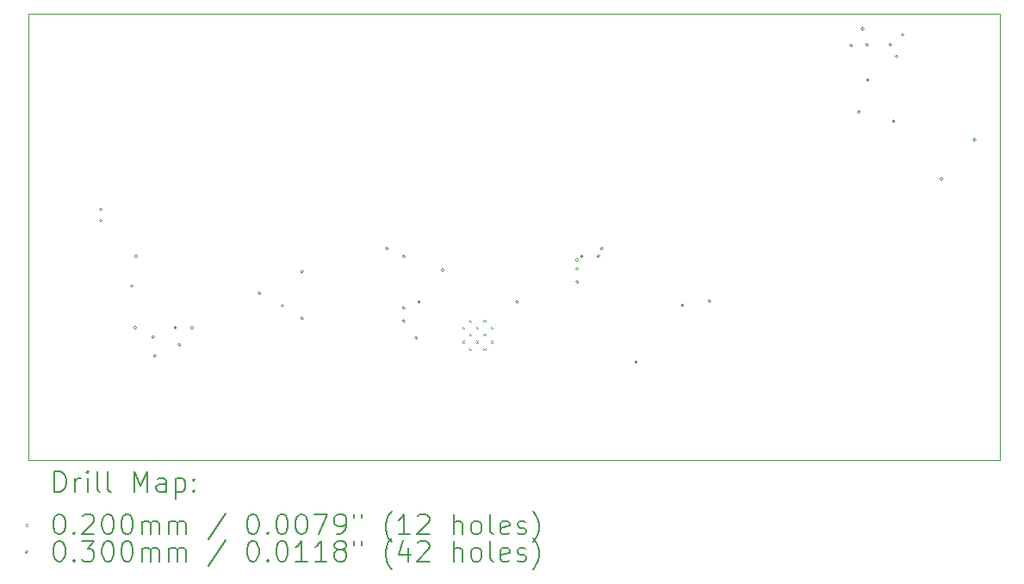
<source format=gbr>
%TF.GenerationSoftware,KiCad,Pcbnew,8.0.6*%
%TF.CreationDate,2025-05-20T21:00:06-04:00*%
%TF.ProjectId,aquasage,61717561-7361-4676-952e-6b696361645f,rev?*%
%TF.SameCoordinates,Original*%
%TF.FileFunction,Drillmap*%
%TF.FilePolarity,Positive*%
%FSLAX45Y45*%
G04 Gerber Fmt 4.5, Leading zero omitted, Abs format (unit mm)*
G04 Created by KiCad (PCBNEW 8.0.6) date 2025-05-20 21:00:06*
%MOMM*%
%LPD*%
G01*
G04 APERTURE LIST*
%ADD10C,0.050000*%
%ADD11C,0.200000*%
%ADD12C,0.100000*%
G04 APERTURE END LIST*
D10*
X5298440Y-2489200D02*
X14851380Y-2489200D01*
X14851380Y-6880860D01*
X5298440Y-6880860D01*
X5298440Y-2489200D01*
D11*
D12*
X9564120Y-5568800D02*
X9584120Y-5588800D01*
X9584120Y-5568800D02*
X9564120Y-5588800D01*
X9564120Y-5708800D02*
X9584120Y-5728800D01*
X9584120Y-5708800D02*
X9564120Y-5728800D01*
X9634120Y-5498800D02*
X9654120Y-5518800D01*
X9654120Y-5498800D02*
X9634120Y-5518800D01*
X9634120Y-5638800D02*
X9654120Y-5658800D01*
X9654120Y-5638800D02*
X9634120Y-5658800D01*
X9634120Y-5778800D02*
X9654120Y-5798800D01*
X9654120Y-5778800D02*
X9634120Y-5798800D01*
X9704120Y-5568800D02*
X9724120Y-5588800D01*
X9724120Y-5568800D02*
X9704120Y-5588800D01*
X9704120Y-5708800D02*
X9724120Y-5728800D01*
X9724120Y-5708800D02*
X9704120Y-5728800D01*
X9774120Y-5498800D02*
X9794120Y-5518800D01*
X9794120Y-5498800D02*
X9774120Y-5518800D01*
X9774120Y-5638800D02*
X9794120Y-5658800D01*
X9794120Y-5638800D02*
X9774120Y-5658800D01*
X9774120Y-5778800D02*
X9794120Y-5798800D01*
X9794120Y-5778800D02*
X9774120Y-5798800D01*
X9844120Y-5568800D02*
X9864120Y-5588800D01*
X9864120Y-5568800D02*
X9844120Y-5588800D01*
X9844120Y-5708800D02*
X9864120Y-5728800D01*
X9864120Y-5708800D02*
X9844120Y-5728800D01*
X6025200Y-4415240D02*
G75*
G02*
X5995200Y-4415240I-15000J0D01*
G01*
X5995200Y-4415240D02*
G75*
G02*
X6025200Y-4415240I15000J0D01*
G01*
X6025200Y-4525240D02*
G75*
G02*
X5995200Y-4525240I-15000J0D01*
G01*
X5995200Y-4525240D02*
G75*
G02*
X6025200Y-4525240I15000J0D01*
G01*
X6329956Y-5168384D02*
G75*
G02*
X6299956Y-5168384I-15000J0D01*
G01*
X6299956Y-5168384D02*
G75*
G02*
X6329956Y-5168384I15000J0D01*
G01*
X6367000Y-5579300D02*
G75*
G02*
X6337000Y-5579300I-15000J0D01*
G01*
X6337000Y-5579300D02*
G75*
G02*
X6367000Y-5579300I15000J0D01*
G01*
X6374283Y-4877677D02*
G75*
G02*
X6344283Y-4877677I-15000J0D01*
G01*
X6344283Y-4877677D02*
G75*
G02*
X6374283Y-4877677I15000J0D01*
G01*
X6542000Y-5669447D02*
G75*
G02*
X6512000Y-5669447I-15000J0D01*
G01*
X6512000Y-5669447D02*
G75*
G02*
X6542000Y-5669447I15000J0D01*
G01*
X6559063Y-5856216D02*
G75*
G02*
X6529063Y-5856216I-15000J0D01*
G01*
X6529063Y-5856216D02*
G75*
G02*
X6559063Y-5856216I15000J0D01*
G01*
X6759480Y-5579300D02*
G75*
G02*
X6729480Y-5579300I-15000J0D01*
G01*
X6729480Y-5579300D02*
G75*
G02*
X6759480Y-5579300I15000J0D01*
G01*
X6799340Y-5748020D02*
G75*
G02*
X6769340Y-5748020I-15000J0D01*
G01*
X6769340Y-5748020D02*
G75*
G02*
X6799340Y-5748020I15000J0D01*
G01*
X6924480Y-5579300D02*
G75*
G02*
X6894480Y-5579300I-15000J0D01*
G01*
X6894480Y-5579300D02*
G75*
G02*
X6924480Y-5579300I15000J0D01*
G01*
X7586680Y-5237480D02*
G75*
G02*
X7556680Y-5237480I-15000J0D01*
G01*
X7556680Y-5237480D02*
G75*
G02*
X7586680Y-5237480I15000J0D01*
G01*
X7812800Y-5364480D02*
G75*
G02*
X7782800Y-5364480I-15000J0D01*
G01*
X7782800Y-5364480D02*
G75*
G02*
X7812800Y-5364480I15000J0D01*
G01*
X8005760Y-5027800D02*
G75*
G02*
X7975760Y-5027800I-15000J0D01*
G01*
X7975760Y-5027800D02*
G75*
G02*
X8005760Y-5027800I15000J0D01*
G01*
X8005760Y-5487800D02*
G75*
G02*
X7975760Y-5487800I-15000J0D01*
G01*
X7975760Y-5487800D02*
G75*
G02*
X8005760Y-5487800I15000J0D01*
G01*
X8838978Y-4797800D02*
G75*
G02*
X8808978Y-4797800I-15000J0D01*
G01*
X8808978Y-4797800D02*
G75*
G02*
X8838978Y-4797800I15000J0D01*
G01*
X9004120Y-4876800D02*
G75*
G02*
X8974120Y-4876800I-15000J0D01*
G01*
X8974120Y-4876800D02*
G75*
G02*
X9004120Y-4876800I15000J0D01*
G01*
X9004120Y-5384800D02*
G75*
G02*
X8974120Y-5384800I-15000J0D01*
G01*
X8974120Y-5384800D02*
G75*
G02*
X9004120Y-5384800I15000J0D01*
G01*
X9004120Y-5511800D02*
G75*
G02*
X8974120Y-5511800I-15000J0D01*
G01*
X8974120Y-5511800D02*
G75*
G02*
X9004120Y-5511800I15000J0D01*
G01*
X9129120Y-5678130D02*
G75*
G02*
X9099120Y-5678130I-15000J0D01*
G01*
X9099120Y-5678130D02*
G75*
G02*
X9129120Y-5678130I15000J0D01*
G01*
X9153920Y-5324800D02*
G75*
G02*
X9123920Y-5324800I-15000J0D01*
G01*
X9123920Y-5324800D02*
G75*
G02*
X9153920Y-5324800I15000J0D01*
G01*
X9387977Y-5011797D02*
G75*
G02*
X9357977Y-5011797I-15000J0D01*
G01*
X9357977Y-5011797D02*
G75*
G02*
X9387977Y-5011797I15000J0D01*
G01*
X10118480Y-5324800D02*
G75*
G02*
X10088480Y-5324800I-15000J0D01*
G01*
X10088480Y-5324800D02*
G75*
G02*
X10118480Y-5324800I15000J0D01*
G01*
X10709120Y-4908800D02*
G75*
G02*
X10679120Y-4908800I-15000J0D01*
G01*
X10679120Y-4908800D02*
G75*
G02*
X10709120Y-4908800I15000J0D01*
G01*
X10709120Y-4998720D02*
G75*
G02*
X10679120Y-4998720I-15000J0D01*
G01*
X10679120Y-4998720D02*
G75*
G02*
X10709120Y-4998720I15000J0D01*
G01*
X10709120Y-5128260D02*
G75*
G02*
X10679120Y-5128260I-15000J0D01*
G01*
X10679120Y-5128260D02*
G75*
G02*
X10709120Y-5128260I15000J0D01*
G01*
X10754120Y-4876800D02*
G75*
G02*
X10724120Y-4876800I-15000J0D01*
G01*
X10724120Y-4876800D02*
G75*
G02*
X10754120Y-4876800I15000J0D01*
G01*
X10919120Y-4874260D02*
G75*
G02*
X10889120Y-4874260I-15000J0D01*
G01*
X10889120Y-4874260D02*
G75*
G02*
X10919120Y-4874260I15000J0D01*
G01*
X10952240Y-4797800D02*
G75*
G02*
X10922240Y-4797800I-15000J0D01*
G01*
X10922240Y-4797800D02*
G75*
G02*
X10952240Y-4797800I15000J0D01*
G01*
X11288336Y-5916476D02*
G75*
G02*
X11258336Y-5916476I-15000J0D01*
G01*
X11258336Y-5916476D02*
G75*
G02*
X11288336Y-5916476I15000J0D01*
G01*
X11747404Y-5358511D02*
G75*
G02*
X11717404Y-5358511I-15000J0D01*
G01*
X11717404Y-5358511D02*
G75*
G02*
X11747404Y-5358511I15000J0D01*
G01*
X12010666Y-5320547D02*
G75*
G02*
X11980666Y-5320547I-15000J0D01*
G01*
X11980666Y-5320547D02*
G75*
G02*
X12010666Y-5320547I15000J0D01*
G01*
X13403740Y-2799080D02*
G75*
G02*
X13373740Y-2799080I-15000J0D01*
G01*
X13373740Y-2799080D02*
G75*
G02*
X13403740Y-2799080I15000J0D01*
G01*
X13480675Y-3455535D02*
G75*
G02*
X13450675Y-3455535I-15000J0D01*
G01*
X13450675Y-3455535D02*
G75*
G02*
X13480675Y-3455535I15000J0D01*
G01*
X13515100Y-2635620D02*
G75*
G02*
X13485100Y-2635620I-15000J0D01*
G01*
X13485100Y-2635620D02*
G75*
G02*
X13515100Y-2635620I15000J0D01*
G01*
X13559990Y-2795620D02*
G75*
G02*
X13529990Y-2795620I-15000J0D01*
G01*
X13529990Y-2795620D02*
G75*
G02*
X13559990Y-2795620I15000J0D01*
G01*
X13566416Y-3138923D02*
G75*
G02*
X13536416Y-3138923I-15000J0D01*
G01*
X13536416Y-3138923D02*
G75*
G02*
X13566416Y-3138923I15000J0D01*
G01*
X13787490Y-2795620D02*
G75*
G02*
X13757490Y-2795620I-15000J0D01*
G01*
X13757490Y-2795620D02*
G75*
G02*
X13787490Y-2795620I15000J0D01*
G01*
X13819740Y-3545940D02*
G75*
G02*
X13789740Y-3545940I-15000J0D01*
G01*
X13789740Y-3545940D02*
G75*
G02*
X13819740Y-3545940I15000J0D01*
G01*
X13850513Y-2906688D02*
G75*
G02*
X13820513Y-2906688I-15000J0D01*
G01*
X13820513Y-2906688D02*
G75*
G02*
X13850513Y-2906688I15000J0D01*
G01*
X13910513Y-2695620D02*
G75*
G02*
X13880513Y-2695620I-15000J0D01*
G01*
X13880513Y-2695620D02*
G75*
G02*
X13910513Y-2695620I15000J0D01*
G01*
X14289980Y-4112260D02*
G75*
G02*
X14259980Y-4112260I-15000J0D01*
G01*
X14259980Y-4112260D02*
G75*
G02*
X14289980Y-4112260I15000J0D01*
G01*
X14616080Y-3728620D02*
G75*
G02*
X14586080Y-3728620I-15000J0D01*
G01*
X14586080Y-3728620D02*
G75*
G02*
X14616080Y-3728620I15000J0D01*
G01*
D11*
X5556717Y-7194844D02*
X5556717Y-6994844D01*
X5556717Y-6994844D02*
X5604336Y-6994844D01*
X5604336Y-6994844D02*
X5632907Y-7004368D01*
X5632907Y-7004368D02*
X5651955Y-7023415D01*
X5651955Y-7023415D02*
X5661479Y-7042463D01*
X5661479Y-7042463D02*
X5671002Y-7080558D01*
X5671002Y-7080558D02*
X5671002Y-7109129D01*
X5671002Y-7109129D02*
X5661479Y-7147225D01*
X5661479Y-7147225D02*
X5651955Y-7166272D01*
X5651955Y-7166272D02*
X5632907Y-7185320D01*
X5632907Y-7185320D02*
X5604336Y-7194844D01*
X5604336Y-7194844D02*
X5556717Y-7194844D01*
X5756717Y-7194844D02*
X5756717Y-7061510D01*
X5756717Y-7099606D02*
X5766241Y-7080558D01*
X5766241Y-7080558D02*
X5775764Y-7071034D01*
X5775764Y-7071034D02*
X5794812Y-7061510D01*
X5794812Y-7061510D02*
X5813860Y-7061510D01*
X5880526Y-7194844D02*
X5880526Y-7061510D01*
X5880526Y-6994844D02*
X5871002Y-7004368D01*
X5871002Y-7004368D02*
X5880526Y-7013891D01*
X5880526Y-7013891D02*
X5890050Y-7004368D01*
X5890050Y-7004368D02*
X5880526Y-6994844D01*
X5880526Y-6994844D02*
X5880526Y-7013891D01*
X6004336Y-7194844D02*
X5985288Y-7185320D01*
X5985288Y-7185320D02*
X5975764Y-7166272D01*
X5975764Y-7166272D02*
X5975764Y-6994844D01*
X6109098Y-7194844D02*
X6090050Y-7185320D01*
X6090050Y-7185320D02*
X6080526Y-7166272D01*
X6080526Y-7166272D02*
X6080526Y-6994844D01*
X6337669Y-7194844D02*
X6337669Y-6994844D01*
X6337669Y-6994844D02*
X6404336Y-7137701D01*
X6404336Y-7137701D02*
X6471002Y-6994844D01*
X6471002Y-6994844D02*
X6471002Y-7194844D01*
X6651955Y-7194844D02*
X6651955Y-7090082D01*
X6651955Y-7090082D02*
X6642431Y-7071034D01*
X6642431Y-7071034D02*
X6623383Y-7061510D01*
X6623383Y-7061510D02*
X6585288Y-7061510D01*
X6585288Y-7061510D02*
X6566241Y-7071034D01*
X6651955Y-7185320D02*
X6632907Y-7194844D01*
X6632907Y-7194844D02*
X6585288Y-7194844D01*
X6585288Y-7194844D02*
X6566241Y-7185320D01*
X6566241Y-7185320D02*
X6556717Y-7166272D01*
X6556717Y-7166272D02*
X6556717Y-7147225D01*
X6556717Y-7147225D02*
X6566241Y-7128177D01*
X6566241Y-7128177D02*
X6585288Y-7118653D01*
X6585288Y-7118653D02*
X6632907Y-7118653D01*
X6632907Y-7118653D02*
X6651955Y-7109129D01*
X6747193Y-7061510D02*
X6747193Y-7261510D01*
X6747193Y-7071034D02*
X6766241Y-7061510D01*
X6766241Y-7061510D02*
X6804336Y-7061510D01*
X6804336Y-7061510D02*
X6823383Y-7071034D01*
X6823383Y-7071034D02*
X6832907Y-7080558D01*
X6832907Y-7080558D02*
X6842431Y-7099606D01*
X6842431Y-7099606D02*
X6842431Y-7156748D01*
X6842431Y-7156748D02*
X6832907Y-7175796D01*
X6832907Y-7175796D02*
X6823383Y-7185320D01*
X6823383Y-7185320D02*
X6804336Y-7194844D01*
X6804336Y-7194844D02*
X6766241Y-7194844D01*
X6766241Y-7194844D02*
X6747193Y-7185320D01*
X6928145Y-7175796D02*
X6937669Y-7185320D01*
X6937669Y-7185320D02*
X6928145Y-7194844D01*
X6928145Y-7194844D02*
X6918622Y-7185320D01*
X6918622Y-7185320D02*
X6928145Y-7175796D01*
X6928145Y-7175796D02*
X6928145Y-7194844D01*
X6928145Y-7071034D02*
X6937669Y-7080558D01*
X6937669Y-7080558D02*
X6928145Y-7090082D01*
X6928145Y-7090082D02*
X6918622Y-7080558D01*
X6918622Y-7080558D02*
X6928145Y-7071034D01*
X6928145Y-7071034D02*
X6928145Y-7090082D01*
D12*
X5275940Y-7513360D02*
X5295940Y-7533360D01*
X5295940Y-7513360D02*
X5275940Y-7533360D01*
D11*
X5594812Y-7414844D02*
X5613860Y-7414844D01*
X5613860Y-7414844D02*
X5632907Y-7424368D01*
X5632907Y-7424368D02*
X5642431Y-7433891D01*
X5642431Y-7433891D02*
X5651955Y-7452939D01*
X5651955Y-7452939D02*
X5661479Y-7491034D01*
X5661479Y-7491034D02*
X5661479Y-7538653D01*
X5661479Y-7538653D02*
X5651955Y-7576748D01*
X5651955Y-7576748D02*
X5642431Y-7595796D01*
X5642431Y-7595796D02*
X5632907Y-7605320D01*
X5632907Y-7605320D02*
X5613860Y-7614844D01*
X5613860Y-7614844D02*
X5594812Y-7614844D01*
X5594812Y-7614844D02*
X5575764Y-7605320D01*
X5575764Y-7605320D02*
X5566241Y-7595796D01*
X5566241Y-7595796D02*
X5556717Y-7576748D01*
X5556717Y-7576748D02*
X5547193Y-7538653D01*
X5547193Y-7538653D02*
X5547193Y-7491034D01*
X5547193Y-7491034D02*
X5556717Y-7452939D01*
X5556717Y-7452939D02*
X5566241Y-7433891D01*
X5566241Y-7433891D02*
X5575764Y-7424368D01*
X5575764Y-7424368D02*
X5594812Y-7414844D01*
X5747193Y-7595796D02*
X5756717Y-7605320D01*
X5756717Y-7605320D02*
X5747193Y-7614844D01*
X5747193Y-7614844D02*
X5737669Y-7605320D01*
X5737669Y-7605320D02*
X5747193Y-7595796D01*
X5747193Y-7595796D02*
X5747193Y-7614844D01*
X5832907Y-7433891D02*
X5842431Y-7424368D01*
X5842431Y-7424368D02*
X5861479Y-7414844D01*
X5861479Y-7414844D02*
X5909098Y-7414844D01*
X5909098Y-7414844D02*
X5928145Y-7424368D01*
X5928145Y-7424368D02*
X5937669Y-7433891D01*
X5937669Y-7433891D02*
X5947193Y-7452939D01*
X5947193Y-7452939D02*
X5947193Y-7471987D01*
X5947193Y-7471987D02*
X5937669Y-7500558D01*
X5937669Y-7500558D02*
X5823383Y-7614844D01*
X5823383Y-7614844D02*
X5947193Y-7614844D01*
X6071002Y-7414844D02*
X6090050Y-7414844D01*
X6090050Y-7414844D02*
X6109098Y-7424368D01*
X6109098Y-7424368D02*
X6118622Y-7433891D01*
X6118622Y-7433891D02*
X6128145Y-7452939D01*
X6128145Y-7452939D02*
X6137669Y-7491034D01*
X6137669Y-7491034D02*
X6137669Y-7538653D01*
X6137669Y-7538653D02*
X6128145Y-7576748D01*
X6128145Y-7576748D02*
X6118622Y-7595796D01*
X6118622Y-7595796D02*
X6109098Y-7605320D01*
X6109098Y-7605320D02*
X6090050Y-7614844D01*
X6090050Y-7614844D02*
X6071002Y-7614844D01*
X6071002Y-7614844D02*
X6051955Y-7605320D01*
X6051955Y-7605320D02*
X6042431Y-7595796D01*
X6042431Y-7595796D02*
X6032907Y-7576748D01*
X6032907Y-7576748D02*
X6023383Y-7538653D01*
X6023383Y-7538653D02*
X6023383Y-7491034D01*
X6023383Y-7491034D02*
X6032907Y-7452939D01*
X6032907Y-7452939D02*
X6042431Y-7433891D01*
X6042431Y-7433891D02*
X6051955Y-7424368D01*
X6051955Y-7424368D02*
X6071002Y-7414844D01*
X6261479Y-7414844D02*
X6280526Y-7414844D01*
X6280526Y-7414844D02*
X6299574Y-7424368D01*
X6299574Y-7424368D02*
X6309098Y-7433891D01*
X6309098Y-7433891D02*
X6318622Y-7452939D01*
X6318622Y-7452939D02*
X6328145Y-7491034D01*
X6328145Y-7491034D02*
X6328145Y-7538653D01*
X6328145Y-7538653D02*
X6318622Y-7576748D01*
X6318622Y-7576748D02*
X6309098Y-7595796D01*
X6309098Y-7595796D02*
X6299574Y-7605320D01*
X6299574Y-7605320D02*
X6280526Y-7614844D01*
X6280526Y-7614844D02*
X6261479Y-7614844D01*
X6261479Y-7614844D02*
X6242431Y-7605320D01*
X6242431Y-7605320D02*
X6232907Y-7595796D01*
X6232907Y-7595796D02*
X6223383Y-7576748D01*
X6223383Y-7576748D02*
X6213860Y-7538653D01*
X6213860Y-7538653D02*
X6213860Y-7491034D01*
X6213860Y-7491034D02*
X6223383Y-7452939D01*
X6223383Y-7452939D02*
X6232907Y-7433891D01*
X6232907Y-7433891D02*
X6242431Y-7424368D01*
X6242431Y-7424368D02*
X6261479Y-7414844D01*
X6413860Y-7614844D02*
X6413860Y-7481510D01*
X6413860Y-7500558D02*
X6423383Y-7491034D01*
X6423383Y-7491034D02*
X6442431Y-7481510D01*
X6442431Y-7481510D02*
X6471003Y-7481510D01*
X6471003Y-7481510D02*
X6490050Y-7491034D01*
X6490050Y-7491034D02*
X6499574Y-7510082D01*
X6499574Y-7510082D02*
X6499574Y-7614844D01*
X6499574Y-7510082D02*
X6509098Y-7491034D01*
X6509098Y-7491034D02*
X6528145Y-7481510D01*
X6528145Y-7481510D02*
X6556717Y-7481510D01*
X6556717Y-7481510D02*
X6575764Y-7491034D01*
X6575764Y-7491034D02*
X6585288Y-7510082D01*
X6585288Y-7510082D02*
X6585288Y-7614844D01*
X6680526Y-7614844D02*
X6680526Y-7481510D01*
X6680526Y-7500558D02*
X6690050Y-7491034D01*
X6690050Y-7491034D02*
X6709098Y-7481510D01*
X6709098Y-7481510D02*
X6737669Y-7481510D01*
X6737669Y-7481510D02*
X6756717Y-7491034D01*
X6756717Y-7491034D02*
X6766241Y-7510082D01*
X6766241Y-7510082D02*
X6766241Y-7614844D01*
X6766241Y-7510082D02*
X6775764Y-7491034D01*
X6775764Y-7491034D02*
X6794812Y-7481510D01*
X6794812Y-7481510D02*
X6823383Y-7481510D01*
X6823383Y-7481510D02*
X6842431Y-7491034D01*
X6842431Y-7491034D02*
X6851955Y-7510082D01*
X6851955Y-7510082D02*
X6851955Y-7614844D01*
X7242431Y-7405320D02*
X7071003Y-7662463D01*
X7499574Y-7414844D02*
X7518622Y-7414844D01*
X7518622Y-7414844D02*
X7537669Y-7424368D01*
X7537669Y-7424368D02*
X7547193Y-7433891D01*
X7547193Y-7433891D02*
X7556717Y-7452939D01*
X7556717Y-7452939D02*
X7566241Y-7491034D01*
X7566241Y-7491034D02*
X7566241Y-7538653D01*
X7566241Y-7538653D02*
X7556717Y-7576748D01*
X7556717Y-7576748D02*
X7547193Y-7595796D01*
X7547193Y-7595796D02*
X7537669Y-7605320D01*
X7537669Y-7605320D02*
X7518622Y-7614844D01*
X7518622Y-7614844D02*
X7499574Y-7614844D01*
X7499574Y-7614844D02*
X7480526Y-7605320D01*
X7480526Y-7605320D02*
X7471003Y-7595796D01*
X7471003Y-7595796D02*
X7461479Y-7576748D01*
X7461479Y-7576748D02*
X7451955Y-7538653D01*
X7451955Y-7538653D02*
X7451955Y-7491034D01*
X7451955Y-7491034D02*
X7461479Y-7452939D01*
X7461479Y-7452939D02*
X7471003Y-7433891D01*
X7471003Y-7433891D02*
X7480526Y-7424368D01*
X7480526Y-7424368D02*
X7499574Y-7414844D01*
X7651955Y-7595796D02*
X7661479Y-7605320D01*
X7661479Y-7605320D02*
X7651955Y-7614844D01*
X7651955Y-7614844D02*
X7642431Y-7605320D01*
X7642431Y-7605320D02*
X7651955Y-7595796D01*
X7651955Y-7595796D02*
X7651955Y-7614844D01*
X7785288Y-7414844D02*
X7804336Y-7414844D01*
X7804336Y-7414844D02*
X7823384Y-7424368D01*
X7823384Y-7424368D02*
X7832907Y-7433891D01*
X7832907Y-7433891D02*
X7842431Y-7452939D01*
X7842431Y-7452939D02*
X7851955Y-7491034D01*
X7851955Y-7491034D02*
X7851955Y-7538653D01*
X7851955Y-7538653D02*
X7842431Y-7576748D01*
X7842431Y-7576748D02*
X7832907Y-7595796D01*
X7832907Y-7595796D02*
X7823384Y-7605320D01*
X7823384Y-7605320D02*
X7804336Y-7614844D01*
X7804336Y-7614844D02*
X7785288Y-7614844D01*
X7785288Y-7614844D02*
X7766241Y-7605320D01*
X7766241Y-7605320D02*
X7756717Y-7595796D01*
X7756717Y-7595796D02*
X7747193Y-7576748D01*
X7747193Y-7576748D02*
X7737669Y-7538653D01*
X7737669Y-7538653D02*
X7737669Y-7491034D01*
X7737669Y-7491034D02*
X7747193Y-7452939D01*
X7747193Y-7452939D02*
X7756717Y-7433891D01*
X7756717Y-7433891D02*
X7766241Y-7424368D01*
X7766241Y-7424368D02*
X7785288Y-7414844D01*
X7975765Y-7414844D02*
X7994812Y-7414844D01*
X7994812Y-7414844D02*
X8013860Y-7424368D01*
X8013860Y-7424368D02*
X8023384Y-7433891D01*
X8023384Y-7433891D02*
X8032907Y-7452939D01*
X8032907Y-7452939D02*
X8042431Y-7491034D01*
X8042431Y-7491034D02*
X8042431Y-7538653D01*
X8042431Y-7538653D02*
X8032907Y-7576748D01*
X8032907Y-7576748D02*
X8023384Y-7595796D01*
X8023384Y-7595796D02*
X8013860Y-7605320D01*
X8013860Y-7605320D02*
X7994812Y-7614844D01*
X7994812Y-7614844D02*
X7975765Y-7614844D01*
X7975765Y-7614844D02*
X7956717Y-7605320D01*
X7956717Y-7605320D02*
X7947193Y-7595796D01*
X7947193Y-7595796D02*
X7937669Y-7576748D01*
X7937669Y-7576748D02*
X7928146Y-7538653D01*
X7928146Y-7538653D02*
X7928146Y-7491034D01*
X7928146Y-7491034D02*
X7937669Y-7452939D01*
X7937669Y-7452939D02*
X7947193Y-7433891D01*
X7947193Y-7433891D02*
X7956717Y-7424368D01*
X7956717Y-7424368D02*
X7975765Y-7414844D01*
X8109098Y-7414844D02*
X8242431Y-7414844D01*
X8242431Y-7414844D02*
X8156717Y-7614844D01*
X8328146Y-7614844D02*
X8366241Y-7614844D01*
X8366241Y-7614844D02*
X8385288Y-7605320D01*
X8385288Y-7605320D02*
X8394812Y-7595796D01*
X8394812Y-7595796D02*
X8413860Y-7567225D01*
X8413860Y-7567225D02*
X8423384Y-7529129D01*
X8423384Y-7529129D02*
X8423384Y-7452939D01*
X8423384Y-7452939D02*
X8413860Y-7433891D01*
X8413860Y-7433891D02*
X8404336Y-7424368D01*
X8404336Y-7424368D02*
X8385288Y-7414844D01*
X8385288Y-7414844D02*
X8347193Y-7414844D01*
X8347193Y-7414844D02*
X8328146Y-7424368D01*
X8328146Y-7424368D02*
X8318622Y-7433891D01*
X8318622Y-7433891D02*
X8309098Y-7452939D01*
X8309098Y-7452939D02*
X8309098Y-7500558D01*
X8309098Y-7500558D02*
X8318622Y-7519606D01*
X8318622Y-7519606D02*
X8328146Y-7529129D01*
X8328146Y-7529129D02*
X8347193Y-7538653D01*
X8347193Y-7538653D02*
X8385288Y-7538653D01*
X8385288Y-7538653D02*
X8404336Y-7529129D01*
X8404336Y-7529129D02*
X8413860Y-7519606D01*
X8413860Y-7519606D02*
X8423384Y-7500558D01*
X8499574Y-7414844D02*
X8499574Y-7452939D01*
X8575765Y-7414844D02*
X8575765Y-7452939D01*
X8871003Y-7691034D02*
X8861479Y-7681510D01*
X8861479Y-7681510D02*
X8842431Y-7652939D01*
X8842431Y-7652939D02*
X8832908Y-7633891D01*
X8832908Y-7633891D02*
X8823384Y-7605320D01*
X8823384Y-7605320D02*
X8813860Y-7557701D01*
X8813860Y-7557701D02*
X8813860Y-7519606D01*
X8813860Y-7519606D02*
X8823384Y-7471987D01*
X8823384Y-7471987D02*
X8832908Y-7443415D01*
X8832908Y-7443415D02*
X8842431Y-7424368D01*
X8842431Y-7424368D02*
X8861479Y-7395796D01*
X8861479Y-7395796D02*
X8871003Y-7386272D01*
X9051955Y-7614844D02*
X8937670Y-7614844D01*
X8994812Y-7614844D02*
X8994812Y-7414844D01*
X8994812Y-7414844D02*
X8975765Y-7443415D01*
X8975765Y-7443415D02*
X8956717Y-7462463D01*
X8956717Y-7462463D02*
X8937670Y-7471987D01*
X9128146Y-7433891D02*
X9137670Y-7424368D01*
X9137670Y-7424368D02*
X9156717Y-7414844D01*
X9156717Y-7414844D02*
X9204336Y-7414844D01*
X9204336Y-7414844D02*
X9223384Y-7424368D01*
X9223384Y-7424368D02*
X9232908Y-7433891D01*
X9232908Y-7433891D02*
X9242431Y-7452939D01*
X9242431Y-7452939D02*
X9242431Y-7471987D01*
X9242431Y-7471987D02*
X9232908Y-7500558D01*
X9232908Y-7500558D02*
X9118622Y-7614844D01*
X9118622Y-7614844D02*
X9242431Y-7614844D01*
X9480527Y-7614844D02*
X9480527Y-7414844D01*
X9566241Y-7614844D02*
X9566241Y-7510082D01*
X9566241Y-7510082D02*
X9556717Y-7491034D01*
X9556717Y-7491034D02*
X9537670Y-7481510D01*
X9537670Y-7481510D02*
X9509098Y-7481510D01*
X9509098Y-7481510D02*
X9490051Y-7491034D01*
X9490051Y-7491034D02*
X9480527Y-7500558D01*
X9690051Y-7614844D02*
X9671003Y-7605320D01*
X9671003Y-7605320D02*
X9661479Y-7595796D01*
X9661479Y-7595796D02*
X9651955Y-7576748D01*
X9651955Y-7576748D02*
X9651955Y-7519606D01*
X9651955Y-7519606D02*
X9661479Y-7500558D01*
X9661479Y-7500558D02*
X9671003Y-7491034D01*
X9671003Y-7491034D02*
X9690051Y-7481510D01*
X9690051Y-7481510D02*
X9718622Y-7481510D01*
X9718622Y-7481510D02*
X9737670Y-7491034D01*
X9737670Y-7491034D02*
X9747193Y-7500558D01*
X9747193Y-7500558D02*
X9756717Y-7519606D01*
X9756717Y-7519606D02*
X9756717Y-7576748D01*
X9756717Y-7576748D02*
X9747193Y-7595796D01*
X9747193Y-7595796D02*
X9737670Y-7605320D01*
X9737670Y-7605320D02*
X9718622Y-7614844D01*
X9718622Y-7614844D02*
X9690051Y-7614844D01*
X9871003Y-7614844D02*
X9851955Y-7605320D01*
X9851955Y-7605320D02*
X9842432Y-7586272D01*
X9842432Y-7586272D02*
X9842432Y-7414844D01*
X10023384Y-7605320D02*
X10004336Y-7614844D01*
X10004336Y-7614844D02*
X9966241Y-7614844D01*
X9966241Y-7614844D02*
X9947193Y-7605320D01*
X9947193Y-7605320D02*
X9937670Y-7586272D01*
X9937670Y-7586272D02*
X9937670Y-7510082D01*
X9937670Y-7510082D02*
X9947193Y-7491034D01*
X9947193Y-7491034D02*
X9966241Y-7481510D01*
X9966241Y-7481510D02*
X10004336Y-7481510D01*
X10004336Y-7481510D02*
X10023384Y-7491034D01*
X10023384Y-7491034D02*
X10032908Y-7510082D01*
X10032908Y-7510082D02*
X10032908Y-7529129D01*
X10032908Y-7529129D02*
X9937670Y-7548177D01*
X10109098Y-7605320D02*
X10128146Y-7614844D01*
X10128146Y-7614844D02*
X10166241Y-7614844D01*
X10166241Y-7614844D02*
X10185289Y-7605320D01*
X10185289Y-7605320D02*
X10194813Y-7586272D01*
X10194813Y-7586272D02*
X10194813Y-7576748D01*
X10194813Y-7576748D02*
X10185289Y-7557701D01*
X10185289Y-7557701D02*
X10166241Y-7548177D01*
X10166241Y-7548177D02*
X10137670Y-7548177D01*
X10137670Y-7548177D02*
X10118622Y-7538653D01*
X10118622Y-7538653D02*
X10109098Y-7519606D01*
X10109098Y-7519606D02*
X10109098Y-7510082D01*
X10109098Y-7510082D02*
X10118622Y-7491034D01*
X10118622Y-7491034D02*
X10137670Y-7481510D01*
X10137670Y-7481510D02*
X10166241Y-7481510D01*
X10166241Y-7481510D02*
X10185289Y-7491034D01*
X10261479Y-7691034D02*
X10271003Y-7681510D01*
X10271003Y-7681510D02*
X10290051Y-7652939D01*
X10290051Y-7652939D02*
X10299574Y-7633891D01*
X10299574Y-7633891D02*
X10309098Y-7605320D01*
X10309098Y-7605320D02*
X10318622Y-7557701D01*
X10318622Y-7557701D02*
X10318622Y-7519606D01*
X10318622Y-7519606D02*
X10309098Y-7471987D01*
X10309098Y-7471987D02*
X10299574Y-7443415D01*
X10299574Y-7443415D02*
X10290051Y-7424368D01*
X10290051Y-7424368D02*
X10271003Y-7395796D01*
X10271003Y-7395796D02*
X10261479Y-7386272D01*
D12*
X5295940Y-7787360D02*
G75*
G02*
X5265940Y-7787360I-15000J0D01*
G01*
X5265940Y-7787360D02*
G75*
G02*
X5295940Y-7787360I15000J0D01*
G01*
D11*
X5594812Y-7678844D02*
X5613860Y-7678844D01*
X5613860Y-7678844D02*
X5632907Y-7688368D01*
X5632907Y-7688368D02*
X5642431Y-7697891D01*
X5642431Y-7697891D02*
X5651955Y-7716939D01*
X5651955Y-7716939D02*
X5661479Y-7755034D01*
X5661479Y-7755034D02*
X5661479Y-7802653D01*
X5661479Y-7802653D02*
X5651955Y-7840748D01*
X5651955Y-7840748D02*
X5642431Y-7859796D01*
X5642431Y-7859796D02*
X5632907Y-7869320D01*
X5632907Y-7869320D02*
X5613860Y-7878844D01*
X5613860Y-7878844D02*
X5594812Y-7878844D01*
X5594812Y-7878844D02*
X5575764Y-7869320D01*
X5575764Y-7869320D02*
X5566241Y-7859796D01*
X5566241Y-7859796D02*
X5556717Y-7840748D01*
X5556717Y-7840748D02*
X5547193Y-7802653D01*
X5547193Y-7802653D02*
X5547193Y-7755034D01*
X5547193Y-7755034D02*
X5556717Y-7716939D01*
X5556717Y-7716939D02*
X5566241Y-7697891D01*
X5566241Y-7697891D02*
X5575764Y-7688368D01*
X5575764Y-7688368D02*
X5594812Y-7678844D01*
X5747193Y-7859796D02*
X5756717Y-7869320D01*
X5756717Y-7869320D02*
X5747193Y-7878844D01*
X5747193Y-7878844D02*
X5737669Y-7869320D01*
X5737669Y-7869320D02*
X5747193Y-7859796D01*
X5747193Y-7859796D02*
X5747193Y-7878844D01*
X5823383Y-7678844D02*
X5947193Y-7678844D01*
X5947193Y-7678844D02*
X5880526Y-7755034D01*
X5880526Y-7755034D02*
X5909098Y-7755034D01*
X5909098Y-7755034D02*
X5928145Y-7764558D01*
X5928145Y-7764558D02*
X5937669Y-7774082D01*
X5937669Y-7774082D02*
X5947193Y-7793129D01*
X5947193Y-7793129D02*
X5947193Y-7840748D01*
X5947193Y-7840748D02*
X5937669Y-7859796D01*
X5937669Y-7859796D02*
X5928145Y-7869320D01*
X5928145Y-7869320D02*
X5909098Y-7878844D01*
X5909098Y-7878844D02*
X5851955Y-7878844D01*
X5851955Y-7878844D02*
X5832907Y-7869320D01*
X5832907Y-7869320D02*
X5823383Y-7859796D01*
X6071002Y-7678844D02*
X6090050Y-7678844D01*
X6090050Y-7678844D02*
X6109098Y-7688368D01*
X6109098Y-7688368D02*
X6118622Y-7697891D01*
X6118622Y-7697891D02*
X6128145Y-7716939D01*
X6128145Y-7716939D02*
X6137669Y-7755034D01*
X6137669Y-7755034D02*
X6137669Y-7802653D01*
X6137669Y-7802653D02*
X6128145Y-7840748D01*
X6128145Y-7840748D02*
X6118622Y-7859796D01*
X6118622Y-7859796D02*
X6109098Y-7869320D01*
X6109098Y-7869320D02*
X6090050Y-7878844D01*
X6090050Y-7878844D02*
X6071002Y-7878844D01*
X6071002Y-7878844D02*
X6051955Y-7869320D01*
X6051955Y-7869320D02*
X6042431Y-7859796D01*
X6042431Y-7859796D02*
X6032907Y-7840748D01*
X6032907Y-7840748D02*
X6023383Y-7802653D01*
X6023383Y-7802653D02*
X6023383Y-7755034D01*
X6023383Y-7755034D02*
X6032907Y-7716939D01*
X6032907Y-7716939D02*
X6042431Y-7697891D01*
X6042431Y-7697891D02*
X6051955Y-7688368D01*
X6051955Y-7688368D02*
X6071002Y-7678844D01*
X6261479Y-7678844D02*
X6280526Y-7678844D01*
X6280526Y-7678844D02*
X6299574Y-7688368D01*
X6299574Y-7688368D02*
X6309098Y-7697891D01*
X6309098Y-7697891D02*
X6318622Y-7716939D01*
X6318622Y-7716939D02*
X6328145Y-7755034D01*
X6328145Y-7755034D02*
X6328145Y-7802653D01*
X6328145Y-7802653D02*
X6318622Y-7840748D01*
X6318622Y-7840748D02*
X6309098Y-7859796D01*
X6309098Y-7859796D02*
X6299574Y-7869320D01*
X6299574Y-7869320D02*
X6280526Y-7878844D01*
X6280526Y-7878844D02*
X6261479Y-7878844D01*
X6261479Y-7878844D02*
X6242431Y-7869320D01*
X6242431Y-7869320D02*
X6232907Y-7859796D01*
X6232907Y-7859796D02*
X6223383Y-7840748D01*
X6223383Y-7840748D02*
X6213860Y-7802653D01*
X6213860Y-7802653D02*
X6213860Y-7755034D01*
X6213860Y-7755034D02*
X6223383Y-7716939D01*
X6223383Y-7716939D02*
X6232907Y-7697891D01*
X6232907Y-7697891D02*
X6242431Y-7688368D01*
X6242431Y-7688368D02*
X6261479Y-7678844D01*
X6413860Y-7878844D02*
X6413860Y-7745510D01*
X6413860Y-7764558D02*
X6423383Y-7755034D01*
X6423383Y-7755034D02*
X6442431Y-7745510D01*
X6442431Y-7745510D02*
X6471003Y-7745510D01*
X6471003Y-7745510D02*
X6490050Y-7755034D01*
X6490050Y-7755034D02*
X6499574Y-7774082D01*
X6499574Y-7774082D02*
X6499574Y-7878844D01*
X6499574Y-7774082D02*
X6509098Y-7755034D01*
X6509098Y-7755034D02*
X6528145Y-7745510D01*
X6528145Y-7745510D02*
X6556717Y-7745510D01*
X6556717Y-7745510D02*
X6575764Y-7755034D01*
X6575764Y-7755034D02*
X6585288Y-7774082D01*
X6585288Y-7774082D02*
X6585288Y-7878844D01*
X6680526Y-7878844D02*
X6680526Y-7745510D01*
X6680526Y-7764558D02*
X6690050Y-7755034D01*
X6690050Y-7755034D02*
X6709098Y-7745510D01*
X6709098Y-7745510D02*
X6737669Y-7745510D01*
X6737669Y-7745510D02*
X6756717Y-7755034D01*
X6756717Y-7755034D02*
X6766241Y-7774082D01*
X6766241Y-7774082D02*
X6766241Y-7878844D01*
X6766241Y-7774082D02*
X6775764Y-7755034D01*
X6775764Y-7755034D02*
X6794812Y-7745510D01*
X6794812Y-7745510D02*
X6823383Y-7745510D01*
X6823383Y-7745510D02*
X6842431Y-7755034D01*
X6842431Y-7755034D02*
X6851955Y-7774082D01*
X6851955Y-7774082D02*
X6851955Y-7878844D01*
X7242431Y-7669320D02*
X7071003Y-7926463D01*
X7499574Y-7678844D02*
X7518622Y-7678844D01*
X7518622Y-7678844D02*
X7537669Y-7688368D01*
X7537669Y-7688368D02*
X7547193Y-7697891D01*
X7547193Y-7697891D02*
X7556717Y-7716939D01*
X7556717Y-7716939D02*
X7566241Y-7755034D01*
X7566241Y-7755034D02*
X7566241Y-7802653D01*
X7566241Y-7802653D02*
X7556717Y-7840748D01*
X7556717Y-7840748D02*
X7547193Y-7859796D01*
X7547193Y-7859796D02*
X7537669Y-7869320D01*
X7537669Y-7869320D02*
X7518622Y-7878844D01*
X7518622Y-7878844D02*
X7499574Y-7878844D01*
X7499574Y-7878844D02*
X7480526Y-7869320D01*
X7480526Y-7869320D02*
X7471003Y-7859796D01*
X7471003Y-7859796D02*
X7461479Y-7840748D01*
X7461479Y-7840748D02*
X7451955Y-7802653D01*
X7451955Y-7802653D02*
X7451955Y-7755034D01*
X7451955Y-7755034D02*
X7461479Y-7716939D01*
X7461479Y-7716939D02*
X7471003Y-7697891D01*
X7471003Y-7697891D02*
X7480526Y-7688368D01*
X7480526Y-7688368D02*
X7499574Y-7678844D01*
X7651955Y-7859796D02*
X7661479Y-7869320D01*
X7661479Y-7869320D02*
X7651955Y-7878844D01*
X7651955Y-7878844D02*
X7642431Y-7869320D01*
X7642431Y-7869320D02*
X7651955Y-7859796D01*
X7651955Y-7859796D02*
X7651955Y-7878844D01*
X7785288Y-7678844D02*
X7804336Y-7678844D01*
X7804336Y-7678844D02*
X7823384Y-7688368D01*
X7823384Y-7688368D02*
X7832907Y-7697891D01*
X7832907Y-7697891D02*
X7842431Y-7716939D01*
X7842431Y-7716939D02*
X7851955Y-7755034D01*
X7851955Y-7755034D02*
X7851955Y-7802653D01*
X7851955Y-7802653D02*
X7842431Y-7840748D01*
X7842431Y-7840748D02*
X7832907Y-7859796D01*
X7832907Y-7859796D02*
X7823384Y-7869320D01*
X7823384Y-7869320D02*
X7804336Y-7878844D01*
X7804336Y-7878844D02*
X7785288Y-7878844D01*
X7785288Y-7878844D02*
X7766241Y-7869320D01*
X7766241Y-7869320D02*
X7756717Y-7859796D01*
X7756717Y-7859796D02*
X7747193Y-7840748D01*
X7747193Y-7840748D02*
X7737669Y-7802653D01*
X7737669Y-7802653D02*
X7737669Y-7755034D01*
X7737669Y-7755034D02*
X7747193Y-7716939D01*
X7747193Y-7716939D02*
X7756717Y-7697891D01*
X7756717Y-7697891D02*
X7766241Y-7688368D01*
X7766241Y-7688368D02*
X7785288Y-7678844D01*
X8042431Y-7878844D02*
X7928146Y-7878844D01*
X7985288Y-7878844D02*
X7985288Y-7678844D01*
X7985288Y-7678844D02*
X7966241Y-7707415D01*
X7966241Y-7707415D02*
X7947193Y-7726463D01*
X7947193Y-7726463D02*
X7928146Y-7735987D01*
X8232907Y-7878844D02*
X8118622Y-7878844D01*
X8175765Y-7878844D02*
X8175765Y-7678844D01*
X8175765Y-7678844D02*
X8156717Y-7707415D01*
X8156717Y-7707415D02*
X8137669Y-7726463D01*
X8137669Y-7726463D02*
X8118622Y-7735987D01*
X8347193Y-7764558D02*
X8328146Y-7755034D01*
X8328146Y-7755034D02*
X8318622Y-7745510D01*
X8318622Y-7745510D02*
X8309098Y-7726463D01*
X8309098Y-7726463D02*
X8309098Y-7716939D01*
X8309098Y-7716939D02*
X8318622Y-7697891D01*
X8318622Y-7697891D02*
X8328146Y-7688368D01*
X8328146Y-7688368D02*
X8347193Y-7678844D01*
X8347193Y-7678844D02*
X8385288Y-7678844D01*
X8385288Y-7678844D02*
X8404336Y-7688368D01*
X8404336Y-7688368D02*
X8413860Y-7697891D01*
X8413860Y-7697891D02*
X8423384Y-7716939D01*
X8423384Y-7716939D02*
X8423384Y-7726463D01*
X8423384Y-7726463D02*
X8413860Y-7745510D01*
X8413860Y-7745510D02*
X8404336Y-7755034D01*
X8404336Y-7755034D02*
X8385288Y-7764558D01*
X8385288Y-7764558D02*
X8347193Y-7764558D01*
X8347193Y-7764558D02*
X8328146Y-7774082D01*
X8328146Y-7774082D02*
X8318622Y-7783606D01*
X8318622Y-7783606D02*
X8309098Y-7802653D01*
X8309098Y-7802653D02*
X8309098Y-7840748D01*
X8309098Y-7840748D02*
X8318622Y-7859796D01*
X8318622Y-7859796D02*
X8328146Y-7869320D01*
X8328146Y-7869320D02*
X8347193Y-7878844D01*
X8347193Y-7878844D02*
X8385288Y-7878844D01*
X8385288Y-7878844D02*
X8404336Y-7869320D01*
X8404336Y-7869320D02*
X8413860Y-7859796D01*
X8413860Y-7859796D02*
X8423384Y-7840748D01*
X8423384Y-7840748D02*
X8423384Y-7802653D01*
X8423384Y-7802653D02*
X8413860Y-7783606D01*
X8413860Y-7783606D02*
X8404336Y-7774082D01*
X8404336Y-7774082D02*
X8385288Y-7764558D01*
X8499574Y-7678844D02*
X8499574Y-7716939D01*
X8575765Y-7678844D02*
X8575765Y-7716939D01*
X8871003Y-7955034D02*
X8861479Y-7945510D01*
X8861479Y-7945510D02*
X8842431Y-7916939D01*
X8842431Y-7916939D02*
X8832908Y-7897891D01*
X8832908Y-7897891D02*
X8823384Y-7869320D01*
X8823384Y-7869320D02*
X8813860Y-7821701D01*
X8813860Y-7821701D02*
X8813860Y-7783606D01*
X8813860Y-7783606D02*
X8823384Y-7735987D01*
X8823384Y-7735987D02*
X8832908Y-7707415D01*
X8832908Y-7707415D02*
X8842431Y-7688368D01*
X8842431Y-7688368D02*
X8861479Y-7659796D01*
X8861479Y-7659796D02*
X8871003Y-7650272D01*
X9032908Y-7745510D02*
X9032908Y-7878844D01*
X8985289Y-7669320D02*
X8937670Y-7812177D01*
X8937670Y-7812177D02*
X9061479Y-7812177D01*
X9128146Y-7697891D02*
X9137670Y-7688368D01*
X9137670Y-7688368D02*
X9156717Y-7678844D01*
X9156717Y-7678844D02*
X9204336Y-7678844D01*
X9204336Y-7678844D02*
X9223384Y-7688368D01*
X9223384Y-7688368D02*
X9232908Y-7697891D01*
X9232908Y-7697891D02*
X9242431Y-7716939D01*
X9242431Y-7716939D02*
X9242431Y-7735987D01*
X9242431Y-7735987D02*
X9232908Y-7764558D01*
X9232908Y-7764558D02*
X9118622Y-7878844D01*
X9118622Y-7878844D02*
X9242431Y-7878844D01*
X9480527Y-7878844D02*
X9480527Y-7678844D01*
X9566241Y-7878844D02*
X9566241Y-7774082D01*
X9566241Y-7774082D02*
X9556717Y-7755034D01*
X9556717Y-7755034D02*
X9537670Y-7745510D01*
X9537670Y-7745510D02*
X9509098Y-7745510D01*
X9509098Y-7745510D02*
X9490051Y-7755034D01*
X9490051Y-7755034D02*
X9480527Y-7764558D01*
X9690051Y-7878844D02*
X9671003Y-7869320D01*
X9671003Y-7869320D02*
X9661479Y-7859796D01*
X9661479Y-7859796D02*
X9651955Y-7840748D01*
X9651955Y-7840748D02*
X9651955Y-7783606D01*
X9651955Y-7783606D02*
X9661479Y-7764558D01*
X9661479Y-7764558D02*
X9671003Y-7755034D01*
X9671003Y-7755034D02*
X9690051Y-7745510D01*
X9690051Y-7745510D02*
X9718622Y-7745510D01*
X9718622Y-7745510D02*
X9737670Y-7755034D01*
X9737670Y-7755034D02*
X9747193Y-7764558D01*
X9747193Y-7764558D02*
X9756717Y-7783606D01*
X9756717Y-7783606D02*
X9756717Y-7840748D01*
X9756717Y-7840748D02*
X9747193Y-7859796D01*
X9747193Y-7859796D02*
X9737670Y-7869320D01*
X9737670Y-7869320D02*
X9718622Y-7878844D01*
X9718622Y-7878844D02*
X9690051Y-7878844D01*
X9871003Y-7878844D02*
X9851955Y-7869320D01*
X9851955Y-7869320D02*
X9842432Y-7850272D01*
X9842432Y-7850272D02*
X9842432Y-7678844D01*
X10023384Y-7869320D02*
X10004336Y-7878844D01*
X10004336Y-7878844D02*
X9966241Y-7878844D01*
X9966241Y-7878844D02*
X9947193Y-7869320D01*
X9947193Y-7869320D02*
X9937670Y-7850272D01*
X9937670Y-7850272D02*
X9937670Y-7774082D01*
X9937670Y-7774082D02*
X9947193Y-7755034D01*
X9947193Y-7755034D02*
X9966241Y-7745510D01*
X9966241Y-7745510D02*
X10004336Y-7745510D01*
X10004336Y-7745510D02*
X10023384Y-7755034D01*
X10023384Y-7755034D02*
X10032908Y-7774082D01*
X10032908Y-7774082D02*
X10032908Y-7793129D01*
X10032908Y-7793129D02*
X9937670Y-7812177D01*
X10109098Y-7869320D02*
X10128146Y-7878844D01*
X10128146Y-7878844D02*
X10166241Y-7878844D01*
X10166241Y-7878844D02*
X10185289Y-7869320D01*
X10185289Y-7869320D02*
X10194813Y-7850272D01*
X10194813Y-7850272D02*
X10194813Y-7840748D01*
X10194813Y-7840748D02*
X10185289Y-7821701D01*
X10185289Y-7821701D02*
X10166241Y-7812177D01*
X10166241Y-7812177D02*
X10137670Y-7812177D01*
X10137670Y-7812177D02*
X10118622Y-7802653D01*
X10118622Y-7802653D02*
X10109098Y-7783606D01*
X10109098Y-7783606D02*
X10109098Y-7774082D01*
X10109098Y-7774082D02*
X10118622Y-7755034D01*
X10118622Y-7755034D02*
X10137670Y-7745510D01*
X10137670Y-7745510D02*
X10166241Y-7745510D01*
X10166241Y-7745510D02*
X10185289Y-7755034D01*
X10261479Y-7955034D02*
X10271003Y-7945510D01*
X10271003Y-7945510D02*
X10290051Y-7916939D01*
X10290051Y-7916939D02*
X10299574Y-7897891D01*
X10299574Y-7897891D02*
X10309098Y-7869320D01*
X10309098Y-7869320D02*
X10318622Y-7821701D01*
X10318622Y-7821701D02*
X10318622Y-7783606D01*
X10318622Y-7783606D02*
X10309098Y-7735987D01*
X10309098Y-7735987D02*
X10299574Y-7707415D01*
X10299574Y-7707415D02*
X10290051Y-7688368D01*
X10290051Y-7688368D02*
X10271003Y-7659796D01*
X10271003Y-7659796D02*
X10261479Y-7650272D01*
M02*

</source>
